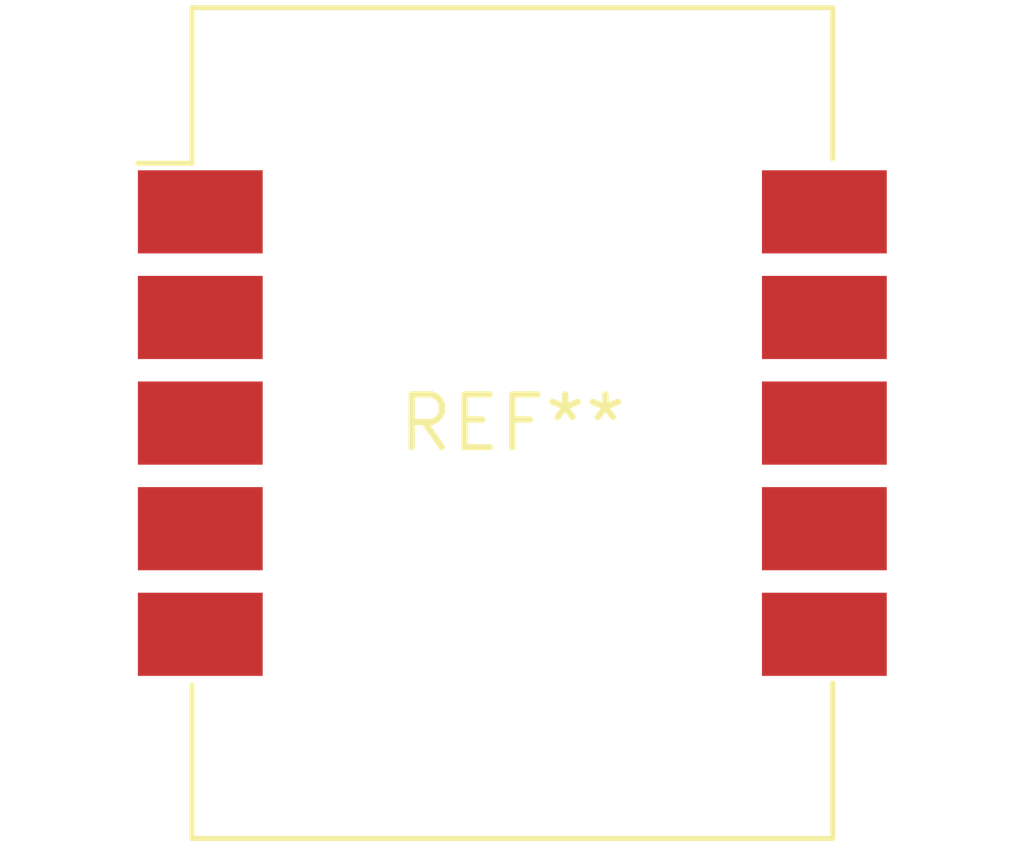
<source format=kicad_pcb>
(kicad_pcb (version 20240108) (generator pcbnew)
  (layers (0 "F.Cu" signal) (31 "B.Cu" signal) (34 "B.Paste" user) (35 "F.Paste" user) (36 "B.SilkS" user "B.Silkscreen") (37 "F.SilkS" user "F.Silkscreen") (38 "B.Mask" user) (39 "F.Mask" user) (44 "Edge.Cuts" user))
  (net 0 "")
  (footprint "HDSM-441B_HDSM-443B" (layer "F.Cu") (at 0 0)
    (property "Reference" "REF**")
    (property "Value" "HDSM-441B_HDSM-443B")
    (fp_line (start -9 -6.25) (end -7.7 -6.25) (layer "F.SilkS") (stroke (width 0.12)))
    (fp_line (start -7.7 -9.99) (end 7.7 -9.99) (layer "F.SilkS") (stroke (width 0.12)))
    (fp_line (start -7.7 -6.25) (end -7.7 -10) (layer "F.SilkS") (stroke (width 0.12)))
    (fp_line (start -7.7 6.3) (end -7.7 9.99) (layer "F.SilkS") (stroke (width 0.12)))
    (fp_line (start 7.7 -9.99) (end 7.7 -6.35) (layer "F.SilkS") (stroke (width 0.12)))
    (fp_line (start 7.7 6.25) (end 7.7 9.99) (layer "F.SilkS") (stroke (width 0.12)))
    (fp_line (start 7.7 9.99) (end -7.7 9.99) (layer "F.SilkS") (stroke (width 0.12)))
    (pad "1" smd rect (at -7.5 -5.08 270) (size 2 3) (layers "F.Cu" "F.Paste" "F.Mask"))
    (pad "2" smd rect (at -7.5 -2.54 270) (size 2 3) (layers "F.Cu" "F.Paste" "F.Mask"))
    (pad "3" smd rect (at -7.5 0 270) (size 2 3) (layers "F.Cu" "F.Paste" "F.Mask"))
    (pad "4" smd rect (at -7.5 2.54 270) (size 2 3) (layers "F.Cu" "F.Paste" "F.Mask"))
    (pad "5" smd rect (at -7.5 5.08 270) (size 2 3) (layers "F.Cu" "F.Paste" "F.Mask"))
    (pad "6" smd rect (at 7.5 5.08 270) (size 2 3) (layers "F.Cu" "F.Paste" "F.Mask"))
    (pad "7" smd rect (at 7.5 2.54 270) (size 2 3) (layers "F.Cu" "F.Paste" "F.Mask"))
    (pad "8" smd rect (at 7.5 0 270) (size 2 3) (layers "F.Cu" "F.Paste" "F.Mask"))
    (pad "9" smd rect (at 7.5 -2.54 270) (size 2 3) (layers "F.Cu" "F.Paste" "F.Mask"))
    (pad "10" smd rect (at 7.5 -5.08 270) (size 2 3) (layers "F.Cu" "F.Paste" "F.Mask"))
  )
)
</source>
